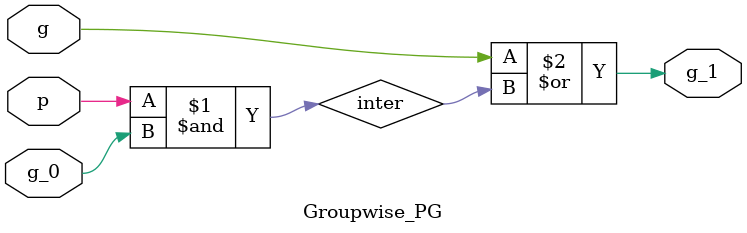
<source format=v>
module top_module #(parameter N=16,parameter Q=4)(sum,cout,result,a,b,cin);
input [N-1:0]a;
input [N-1:0]b;
input cin;
output [N-1:0]sum;
output cout;
output [N:0]result;

wire [N-1:0]p;
wire [N-1:0]g;
wire [N:0]g_0;
assign c[0] = cin;

genvar i;
    generate
        for(i=0;i<N;i=i+1)
            begin:generate_nbit_Bitwise
                Bitwise_PG b0(p[i],g[i],a[i],b[i]);
            end
    endgenerate

genvar j;
    generate
        for(j=0;j<N;j=j+Q)
            begin:carry_generator
                carry_gen c0(g_0[j+Q:j+1],p[j+Q-1:j],g[j+Q-1:j]);
            end
    endgenerate
    
genvar k;
    generate
        for(k=0;k<N;k=k+Q)
            begin:sum_generaator
                sum_gen s0(sum[k+Q-1:k],p[k+Q-1:k],g[k+Q-1:k],g_0[k+Q-1:k]);
            end
   endgenerate
   
assign cout = g_0[N];
assign result = {cout,sum};
endmodule


module sum_gen #(parameter Q=4)(sum,p,g,g_0);
input [Q-1:0]p;
input [Q-1:0]g;
input [Q-1:0]g_0;
output [Q-1:0]sum;

genvar i;
    generate
        for(i=0;i<Q;i=i+1)
            begin:sum_gen
                assign sum[i]=p[i]^g_0[i];
            end
    endgenerate

endmodule

module carry_gen #(parameter Q=4)(cout,p,g);
input [Q-1:0]p;
input [Q-1:0]g;
output [Q-1:0]cout;
wire [Q:0]g_0;
assign g_0[0] = 0;

genvar i;
    generate
        for(i=0;i<Q;i=i+1)
            begin:generate_nbit_Bitwise
                Groupwise_PG g0(g_0[i+1],g[i],p[i],g_0[i]);
            end
    endgenerate

assign cout = g_0[Q:1];
endmodule

module Bitwise_PG(
	output p,
	output g,
	input a,
	input b
    );
	assign p = a ^ b;
	assign g = a & b;
endmodule

module Groupwise_PG(	
	output g_1,
	input g,
	input p,
	input g_0
	);
	
	wire inter;
	assign inter = p & g_0;
	assign g_1 = g | inter;
endmodule
</source>
